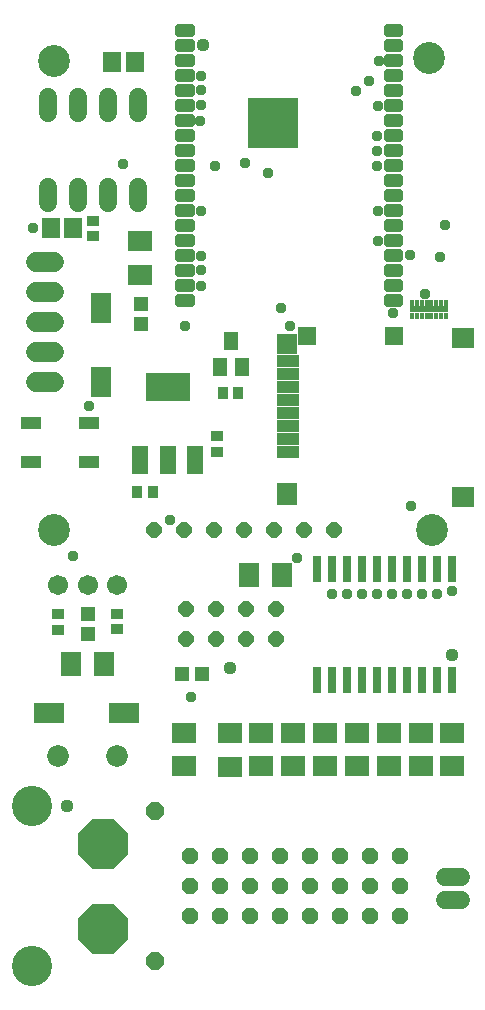
<source format=gbr>
G04 EAGLE Gerber RS-274X export*
G75*
%MOMM*%
%FSLAX34Y34*%
%LPD*%
%INSoldermask Top*%
%IPPOS*%
%AMOC8*
5,1,8,0,0,1.08239X$1,22.5*%
G01*
%ADD10R,1.103200X0.903200*%
%ADD11R,1.503200X1.703200*%
%ADD12R,0.903200X1.103200*%
%ADD13C,1.524000*%
%ADD14R,1.703200X1.103200*%
%ADD15R,1.879600X1.016000*%
%ADD16R,1.498600X1.498600*%
%ADD17R,1.905000X1.701800*%
%ADD18R,1.701800X1.905000*%
%ADD19R,1.701800X1.803400*%
%ADD20R,1.600200X1.498600*%
%ADD21C,1.727200*%
%ADD22R,1.803200X2.006200*%
%ADD23R,2.006200X1.803200*%
%ADD24R,1.303200X1.203200*%
%ADD25R,1.203200X1.303200*%
%ADD26P,1.649562X8X292.500000*%
%ADD27R,1.803200X2.503200*%
%ADD28R,2.503200X1.803200*%
%ADD29P,4.566820X8X112.500000*%
%ADD30C,3.403600*%
%ADD31C,1.841500*%
%ADD32C,1.701800*%
%ADD33R,0.403200X0.603200*%
%ADD34R,3.203200X0.553200*%
%ADD35C,0.668588*%
%ADD36R,4.203200X4.203200*%
%ADD37R,0.762000X2.184400*%
%ADD38R,1.422400X2.438400*%
%ADD39R,3.803200X2.403200*%
%ADD40R,1.203200X1.603200*%
%ADD41P,1.527469X8X22.500000*%
%ADD42P,1.419230X8X202.500000*%
%ADD43C,2.703200*%
%ADD44P,1.419230X8X22.500000*%
%ADD45C,1.109600*%
%ADD46C,0.959600*%


D10*
X106000Y356500D03*
X106000Y343500D03*
D11*
X102000Y823500D03*
X121000Y823500D03*
X50000Y683500D03*
X69000Y683500D03*
D10*
X191000Y493800D03*
X191000Y506800D03*
X85500Y689500D03*
X85500Y676500D03*
D12*
X136250Y460000D03*
X123250Y460000D03*
D13*
X383646Y133525D02*
X396854Y133525D01*
X396854Y114475D02*
X383646Y114475D01*
D10*
X56250Y356000D03*
X56250Y343000D03*
D12*
X195850Y543500D03*
X208850Y543500D03*
D14*
X33500Y518500D03*
X33500Y485500D03*
X82500Y518500D03*
X82500Y485500D03*
D15*
X251180Y570910D03*
X251180Y559910D03*
X251180Y548910D03*
X251180Y537910D03*
X251180Y526910D03*
X251180Y515910D03*
X251180Y504910D03*
X251180Y493910D03*
D16*
X266820Y591490D03*
D17*
X398793Y455394D03*
D18*
X250291Y458405D03*
D19*
X250291Y584911D03*
D17*
X398793Y590407D03*
D20*
X340820Y591490D03*
D21*
X52620Y553050D02*
X37380Y553050D01*
X37380Y578450D02*
X52620Y578450D01*
X52620Y603850D02*
X37380Y603850D01*
X37380Y629250D02*
X52620Y629250D01*
X52620Y654650D02*
X37380Y654650D01*
D22*
X217530Y389000D03*
X245970Y389000D03*
D23*
X125750Y671970D03*
X125750Y643530D03*
D24*
X126250Y602250D03*
X126250Y619250D03*
D23*
X162750Y227280D03*
X162750Y255720D03*
D25*
X177650Y305200D03*
X160650Y305200D03*
D26*
X137750Y190000D03*
X137750Y63000D03*
D23*
X201250Y227030D03*
X201250Y255470D03*
X228214Y227280D03*
X228214Y255720D03*
X255179Y227410D03*
X255179Y255850D03*
X282143Y227280D03*
X282143Y255720D03*
X309107Y227280D03*
X309107Y255720D03*
X336071Y227280D03*
X336071Y255720D03*
X363036Y227280D03*
X363036Y255720D03*
X390000Y227280D03*
X390000Y255720D03*
D27*
X92500Y615750D03*
X92500Y552750D03*
D28*
X111770Y272500D03*
X48770Y272500D03*
D29*
X93750Y89500D03*
X93750Y161500D03*
D30*
X33750Y58500D03*
X33750Y193500D03*
D31*
X56208Y236280D03*
X105992Y236280D03*
D32*
X56208Y381060D03*
X81100Y381060D03*
X105992Y381060D03*
D33*
X384150Y620050D03*
X384150Y608800D03*
X380150Y608800D03*
X380150Y620050D03*
X376150Y608800D03*
X372150Y608800D03*
X368150Y608800D03*
X364150Y608800D03*
X360150Y608800D03*
X356150Y608800D03*
X356150Y620050D03*
X360150Y620050D03*
X364150Y620050D03*
X368150Y620050D03*
X371900Y620050D03*
X376150Y620050D03*
D34*
X369900Y614550D03*
D35*
X168723Y848027D02*
X158877Y848027D01*
X158877Y852673D01*
X168723Y852673D01*
X168723Y848027D01*
X168723Y835327D02*
X158877Y835327D01*
X158877Y839973D01*
X168723Y839973D01*
X168723Y835327D01*
X168723Y822627D02*
X158877Y822627D01*
X158877Y827273D01*
X168723Y827273D01*
X168723Y822627D01*
X168723Y809927D02*
X158877Y809927D01*
X158877Y814573D01*
X168723Y814573D01*
X168723Y809927D01*
X168723Y797227D02*
X158877Y797227D01*
X158877Y801873D01*
X168723Y801873D01*
X168723Y797227D01*
X168723Y784527D02*
X158877Y784527D01*
X158877Y789173D01*
X168723Y789173D01*
X168723Y784527D01*
X168723Y771827D02*
X158877Y771827D01*
X158877Y776473D01*
X168723Y776473D01*
X168723Y771827D01*
X168723Y759127D02*
X158877Y759127D01*
X158877Y763773D01*
X168723Y763773D01*
X168723Y759127D01*
X168723Y746427D02*
X158877Y746427D01*
X158877Y751073D01*
X168723Y751073D01*
X168723Y746427D01*
X168723Y733727D02*
X158877Y733727D01*
X158877Y738373D01*
X168723Y738373D01*
X168723Y733727D01*
X168723Y721027D02*
X158877Y721027D01*
X158877Y725673D01*
X168723Y725673D01*
X168723Y721027D01*
X168723Y708327D02*
X158877Y708327D01*
X158877Y712973D01*
X168723Y712973D01*
X168723Y708327D01*
X168723Y695627D02*
X158877Y695627D01*
X158877Y700273D01*
X168723Y700273D01*
X168723Y695627D01*
X168723Y682927D02*
X158877Y682927D01*
X158877Y687573D01*
X168723Y687573D01*
X168723Y682927D01*
X168723Y670227D02*
X158877Y670227D01*
X158877Y674873D01*
X168723Y674873D01*
X168723Y670227D01*
X168723Y657527D02*
X158877Y657527D01*
X158877Y662173D01*
X168723Y662173D01*
X168723Y657527D01*
X168723Y644827D02*
X158877Y644827D01*
X158877Y649473D01*
X168723Y649473D01*
X168723Y644827D01*
X168723Y632127D02*
X158877Y632127D01*
X158877Y636773D01*
X168723Y636773D01*
X168723Y632127D01*
X168723Y619427D02*
X158877Y619427D01*
X158877Y624073D01*
X168723Y624073D01*
X168723Y619427D01*
X335077Y624073D02*
X344923Y624073D01*
X344923Y619427D01*
X335077Y619427D01*
X335077Y624073D01*
X335077Y636773D02*
X344923Y636773D01*
X344923Y632127D01*
X335077Y632127D01*
X335077Y636773D01*
X335077Y649473D02*
X344923Y649473D01*
X344923Y644827D01*
X335077Y644827D01*
X335077Y649473D01*
X335077Y662173D02*
X344923Y662173D01*
X344923Y657527D01*
X335077Y657527D01*
X335077Y662173D01*
X335077Y674873D02*
X344923Y674873D01*
X344923Y670227D01*
X335077Y670227D01*
X335077Y674873D01*
X335077Y687573D02*
X344923Y687573D01*
X344923Y682927D01*
X335077Y682927D01*
X335077Y687573D01*
X335077Y700273D02*
X344923Y700273D01*
X344923Y695627D01*
X335077Y695627D01*
X335077Y700273D01*
X335077Y712973D02*
X344923Y712973D01*
X344923Y708327D01*
X335077Y708327D01*
X335077Y712973D01*
X335077Y725673D02*
X344923Y725673D01*
X344923Y721027D01*
X335077Y721027D01*
X335077Y725673D01*
X335077Y738373D02*
X344923Y738373D01*
X344923Y733727D01*
X335077Y733727D01*
X335077Y738373D01*
X335077Y751073D02*
X344923Y751073D01*
X344923Y746427D01*
X335077Y746427D01*
X335077Y751073D01*
X335077Y763773D02*
X344923Y763773D01*
X344923Y759127D01*
X335077Y759127D01*
X335077Y763773D01*
X335077Y776473D02*
X344923Y776473D01*
X344923Y771827D01*
X335077Y771827D01*
X335077Y776473D01*
X335077Y789173D02*
X344923Y789173D01*
X344923Y784527D01*
X335077Y784527D01*
X335077Y789173D01*
X335077Y801873D02*
X344923Y801873D01*
X344923Y797227D01*
X335077Y797227D01*
X335077Y801873D01*
X335077Y814573D02*
X344923Y814573D01*
X344923Y809927D01*
X335077Y809927D01*
X335077Y814573D01*
X335077Y827273D02*
X344923Y827273D01*
X344923Y822627D01*
X335077Y822627D01*
X335077Y827273D01*
X335077Y839973D02*
X344923Y839973D01*
X344923Y835327D01*
X335077Y835327D01*
X335077Y839973D01*
X335077Y852673D02*
X344923Y852673D01*
X344923Y848027D01*
X335077Y848027D01*
X335077Y852673D01*
D36*
X238100Y772450D03*
D37*
X389650Y394363D03*
X376950Y394363D03*
X364250Y394363D03*
X351550Y394363D03*
X338850Y394363D03*
X326150Y394363D03*
X313450Y394363D03*
X300750Y394363D03*
X288050Y394363D03*
X275350Y394363D03*
X275350Y300637D03*
X288050Y300637D03*
X300750Y300637D03*
X313450Y300637D03*
X326150Y300637D03*
X338850Y300637D03*
X351550Y300637D03*
X364250Y300637D03*
X376950Y300637D03*
X389650Y300637D03*
D38*
X125886Y486512D03*
X149000Y486512D03*
X172114Y486512D03*
D39*
X149000Y548490D03*
D40*
X202400Y587500D03*
X211900Y565500D03*
X192900Y565500D03*
D13*
X47200Y704596D02*
X47200Y717804D01*
X72600Y717804D02*
X72600Y704596D01*
X72600Y780796D02*
X72600Y794004D01*
X47200Y794004D02*
X47200Y780796D01*
X98000Y717804D02*
X98000Y704596D01*
X123400Y704596D02*
X123400Y717804D01*
X98000Y780796D02*
X98000Y794004D01*
X123400Y794004D02*
X123400Y780796D01*
D41*
X167750Y151500D03*
X193150Y151500D03*
X218550Y151500D03*
X243950Y151500D03*
X269350Y151500D03*
X294750Y151500D03*
X320150Y151500D03*
X345550Y151500D03*
X167750Y126100D03*
X193150Y126100D03*
X218550Y126100D03*
X243950Y126100D03*
X269350Y126100D03*
X294750Y126100D03*
X320150Y126100D03*
X345550Y126100D03*
X167750Y100700D03*
X193150Y100700D03*
X218550Y100700D03*
X243950Y100700D03*
X269350Y100700D03*
X294750Y100700D03*
X320150Y100700D03*
X345550Y100700D03*
D24*
X81500Y339250D03*
X81500Y356250D03*
D22*
X66780Y314000D03*
X95220Y314000D03*
D42*
X289800Y427500D03*
X264400Y427500D03*
X239000Y427500D03*
X213600Y427500D03*
X188200Y427500D03*
X162800Y427500D03*
X137400Y427500D03*
D43*
X372500Y427500D03*
X52500Y427500D03*
X52500Y825000D03*
X370000Y827500D03*
D44*
X164200Y335450D03*
X189600Y335450D03*
X215000Y335450D03*
X240400Y335450D03*
X164200Y360850D03*
X189600Y360850D03*
X215000Y360850D03*
X240400Y360850D03*
D45*
X179000Y838000D03*
D46*
X35000Y683500D03*
X308000Y799550D03*
X319654Y807750D03*
X258250Y403500D03*
X354500Y447500D03*
X340076Y611000D03*
X366456Y627356D03*
X176750Y799750D03*
X110750Y737500D03*
X176500Y774000D03*
X177250Y812250D03*
X176750Y787000D03*
X389650Y375750D03*
D45*
X63250Y194000D03*
X389797Y321453D03*
X202000Y310250D03*
D46*
X377009Y373259D03*
X354250Y660000D03*
X364215Y373250D03*
X327000Y672500D03*
X351750Y373250D03*
X326750Y698000D03*
X338850Y373250D03*
X326500Y736000D03*
X326250Y373500D03*
X326500Y748750D03*
X313450Y373500D03*
X326500Y761500D03*
X300750Y373500D03*
X327250Y786500D03*
X288000Y373500D03*
X327444Y825000D03*
X82500Y532500D03*
X177000Y659750D03*
X245250Y615250D03*
X252250Y600500D03*
X163500Y600500D03*
X150750Y436250D03*
X177000Y647250D03*
X177000Y634250D03*
X168750Y286250D03*
X384000Y685750D03*
X214500Y738000D03*
X233690Y730154D03*
X189250Y736000D03*
X379750Y658500D03*
X68500Y405250D03*
X177000Y698000D03*
M02*

</source>
